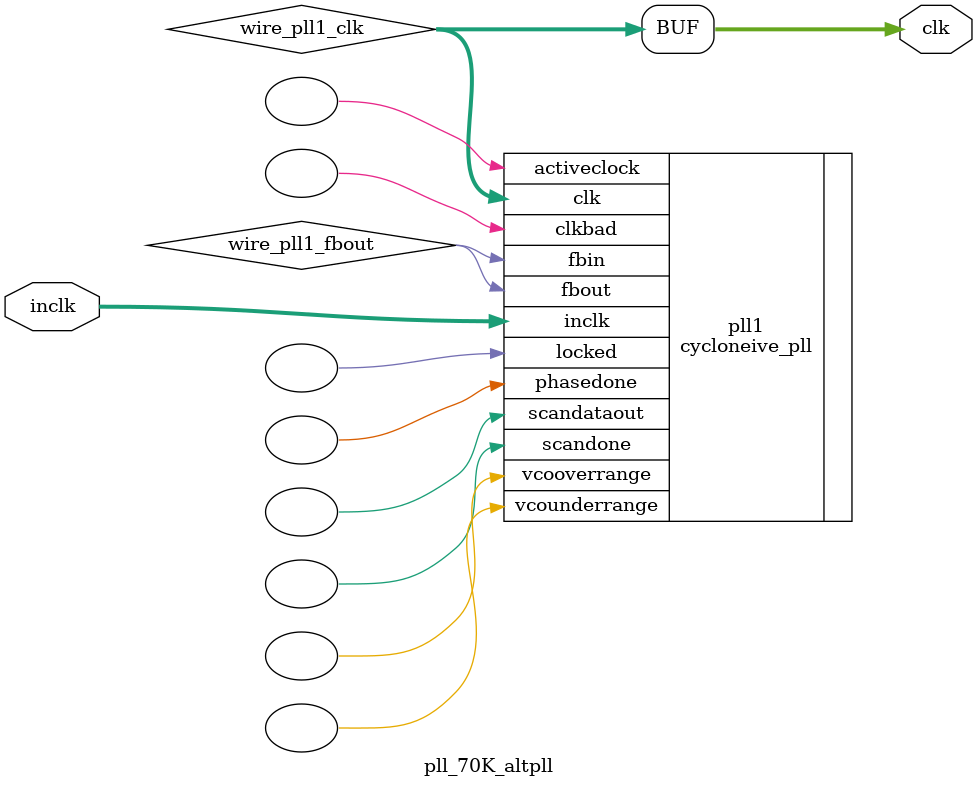
<source format=v>






//synthesis_resources = cycloneive_pll 1 
//synopsys translate_off
`timescale 1 ps / 1 ps
//synopsys translate_on
module  pll_70K_altpll
	( 
	clk,
	inclk) /* synthesis synthesis_clearbox=1 */;
	output   [4:0]  clk;
	input   [1:0]  inclk;
`ifndef ALTERA_RESERVED_QIS
// synopsys translate_off
`endif
	tri0   [1:0]  inclk;
`ifndef ALTERA_RESERVED_QIS
// synopsys translate_on
`endif

	wire  [4:0]   wire_pll1_clk;
	wire  wire_pll1_fbout;

	cycloneive_pll   pll1
	( 
	.activeclock(),
	.clk(wire_pll1_clk),
	.clkbad(),
	.fbin(wire_pll1_fbout),
	.fbout(wire_pll1_fbout),
	.inclk(inclk),
	.locked(),
	.phasedone(),
	.scandataout(),
	.scandone(),
	.vcooverrange(),
	.vcounderrange()
	`ifndef FORMAL_VERIFICATION
	// synopsys translate_off
	`endif
	,
	.areset(1'b0),
	.clkswitch(1'b0),
	.configupdate(1'b0),
	.pfdena(1'b1),
	.phasecounterselect({3{1'b0}}),
	.phasestep(1'b0),
	.phaseupdown(1'b0),
	.scanclk(1'b0),
	.scanclkena(1'b1),
	.scandata(1'b0)
	`ifndef FORMAL_VERIFICATION
	// synopsys translate_on
	`endif
	);
	defparam
		pll1.bandwidth_type = "auto",
		pll1.clk0_divide_by = 5000,
		pll1.clk0_duty_cycle = 50,
		pll1.clk0_multiply_by = 7,
		pll1.clk0_phase_shift = "0",
		pll1.compensate_clock = "clk0",
		pll1.inclk0_input_frequency = 20000,
		pll1.operation_mode = "normal",
		pll1.pll_type = "auto",
		pll1.lpm_type = "cycloneive_pll";
	assign
		clk = {wire_pll1_clk[4:0]};
endmodule //pll_70K_altpll
//VALID FILE

</source>
